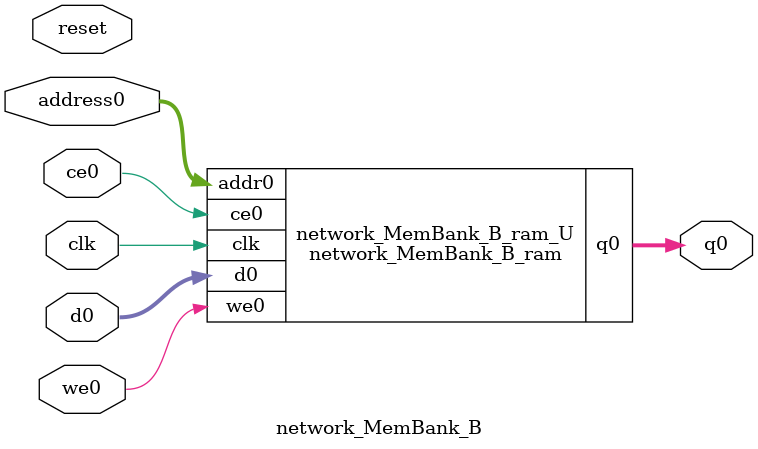
<source format=v>
`timescale 1 ns / 1 ps
module network_MemBank_B_ram (addr0, ce0, d0, we0, q0,  clk);

parameter DWIDTH = 16;
parameter AWIDTH = 14;
parameter MEM_SIZE = 14400;

input[AWIDTH-1:0] addr0;
input ce0;
input[DWIDTH-1:0] d0;
input we0;
output reg[DWIDTH-1:0] q0;
input clk;

(* ram_style = "block" *)reg [DWIDTH-1:0] ram[0:MEM_SIZE-1];




always @(posedge clk)  
begin 
    if (ce0) 
    begin
        if (we0) 
        begin 
            ram[addr0] <= d0; 
        end 
        q0 <= ram[addr0];
    end
end


endmodule

`timescale 1 ns / 1 ps
module network_MemBank_B(
    reset,
    clk,
    address0,
    ce0,
    we0,
    d0,
    q0);

parameter DataWidth = 32'd16;
parameter AddressRange = 32'd14400;
parameter AddressWidth = 32'd14;
input reset;
input clk;
input[AddressWidth - 1:0] address0;
input ce0;
input we0;
input[DataWidth - 1:0] d0;
output[DataWidth - 1:0] q0;



network_MemBank_B_ram network_MemBank_B_ram_U(
    .clk( clk ),
    .addr0( address0 ),
    .ce0( ce0 ),
    .we0( we0 ),
    .d0( d0 ),
    .q0( q0 ));

endmodule


</source>
